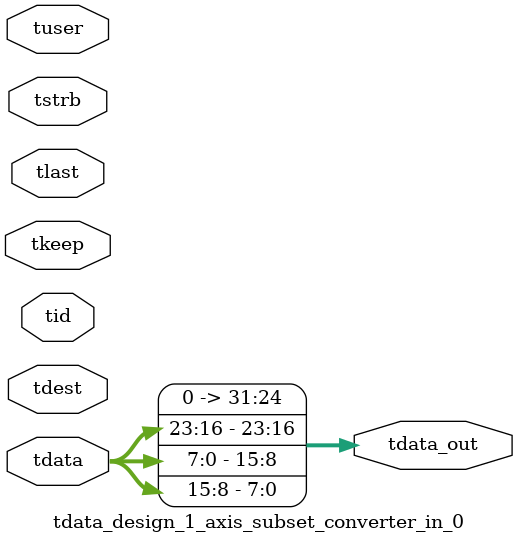
<source format=v>


`timescale 1ps/1ps

module tdata_design_1_axis_subset_converter_in_0 #
(
parameter C_S_AXIS_TDATA_WIDTH = 32,
parameter C_S_AXIS_TUSER_WIDTH = 0,
parameter C_S_AXIS_TID_WIDTH   = 0,
parameter C_S_AXIS_TDEST_WIDTH = 0,
parameter C_M_AXIS_TDATA_WIDTH = 32
)
(
input  [(C_S_AXIS_TDATA_WIDTH == 0 ? 1 : C_S_AXIS_TDATA_WIDTH)-1:0     ] tdata,
input  [(C_S_AXIS_TUSER_WIDTH == 0 ? 1 : C_S_AXIS_TUSER_WIDTH)-1:0     ] tuser,
input  [(C_S_AXIS_TID_WIDTH   == 0 ? 1 : C_S_AXIS_TID_WIDTH)-1:0       ] tid,
input  [(C_S_AXIS_TDEST_WIDTH == 0 ? 1 : C_S_AXIS_TDEST_WIDTH)-1:0     ] tdest,
input  [(C_S_AXIS_TDATA_WIDTH/8)-1:0 ] tkeep,
input  [(C_S_AXIS_TDATA_WIDTH/8)-1:0 ] tstrb,
input                                                                    tlast,
output [C_M_AXIS_TDATA_WIDTH-1:0] tdata_out
);

assign tdata_out = {tdata[23:16],tdata[7:0],tdata[15:8]};

endmodule


</source>
